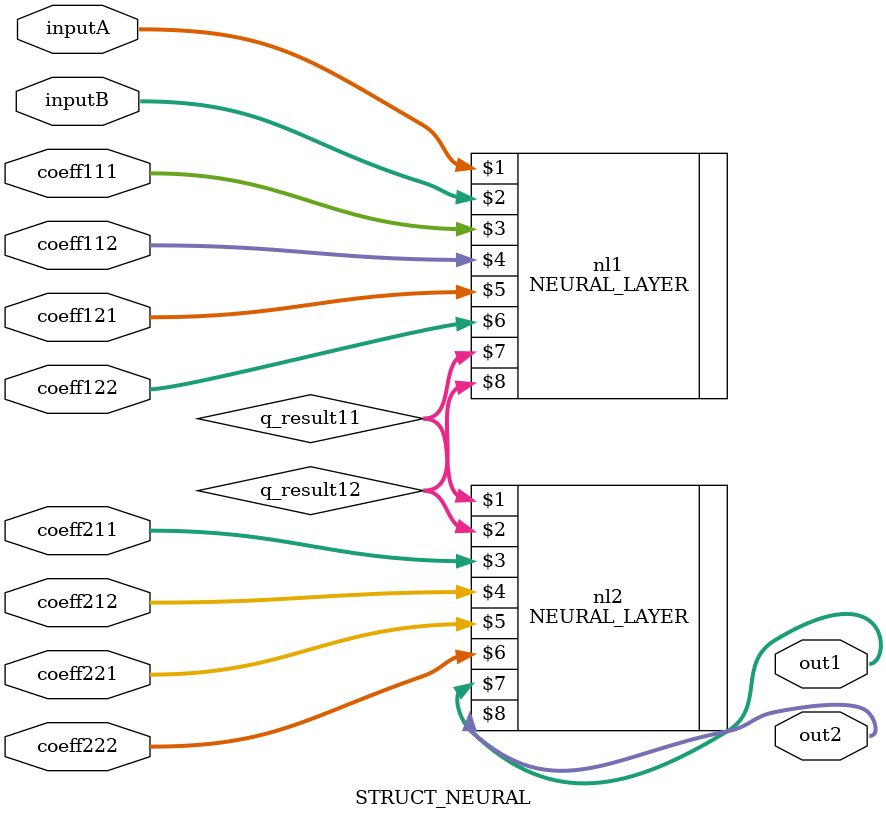
<source format=v>
/* STRUCT_NEURAL */

module STRUCT_NEURAL(
    inputA,
    inputB,
    coeff111, //depth,neural,signal_source
    coeff112,
    coeff121,
    coeff122,
    coeff211,
    coeff212,
    coeff221,
    coeff222,
    out1,
    out2
);

parameter width = 16;
input  [width:1] inputA,inputB,coeff111,coeff112,coeff121,coeff122,coeff211,coeff212,coeff221,coeff222;

output [width:1]  out1,out2;
wire [width:1] p_result11,p_result12;
wire [width:1] q_result11,q_result12;
wire [width:1] result11,result12,result21,result22;

NEURAL_LAYER nl1(    inputA,    inputB,coeff111,coeff112,coeff121,coeff122,q_result11,q_result12);
NEURAL_LAYER nl2(q_result11,q_result12,coeff211,coeff212,coeff221,coeff222,      out1,      out2);

endmodule

</source>
